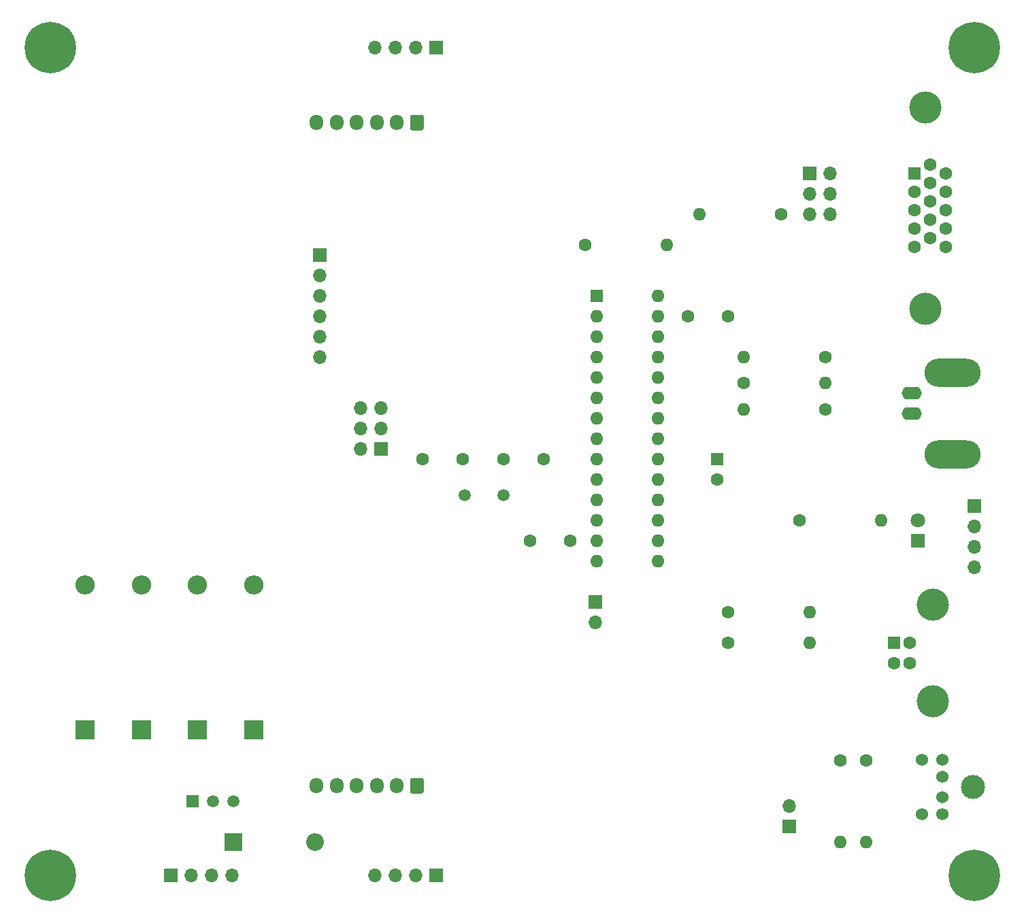
<source format=gbr>
%TF.GenerationSoftware,KiCad,Pcbnew,(5.1.10-1-10_14)*%
%TF.CreationDate,2022-02-21T18:02:18+11:00*%
%TF.ProjectId,Video terminal ,56696465-6f20-4746-9572-6d696e616c20,rev?*%
%TF.SameCoordinates,Original*%
%TF.FileFunction,Soldermask,Top*%
%TF.FilePolarity,Negative*%
%FSLAX46Y46*%
G04 Gerber Fmt 4.6, Leading zero omitted, Abs format (unit mm)*
G04 Created by KiCad (PCBNEW (5.1.10-1-10_14)) date 2022-02-21 18:02:18*
%MOMM*%
%LPD*%
G01*
G04 APERTURE LIST*
%ADD10O,1.700000X1.950000*%
%ADD11C,1.800000*%
%ADD12R,1.800000X1.800000*%
%ADD13O,1.700000X1.700000*%
%ADD14R,1.700000X1.700000*%
%ADD15O,2.200000X2.200000*%
%ADD16R,2.200000X2.200000*%
%ADD17O,2.400000X2.400000*%
%ADD18R,2.400000X2.400000*%
%ADD19R,1.500000X1.500000*%
%ADD20C,1.500000*%
%ADD21O,2.500000X1.600000*%
%ADD22O,7.000000X3.500000*%
%ADD23O,1.600000X1.600000*%
%ADD24C,1.600000*%
%ADD25C,4.000000*%
%ADD26R,1.600000X1.600000*%
%ADD27C,0.800000*%
%ADD28C,6.400000*%
%ADD29C,3.000000*%
%ADD30C,1.524000*%
G04 APERTURE END LIST*
D10*
%TO.C,J11*%
X68145000Y-34290000D03*
X70645000Y-34290000D03*
X73145000Y-34290000D03*
X75645000Y-34290000D03*
X78145000Y-34290000D03*
G36*
G01*
X81495000Y-33565000D02*
X81495000Y-35015000D01*
G75*
G02*
X81245000Y-35265000I-250000J0D01*
G01*
X80045000Y-35265000D01*
G75*
G02*
X79795000Y-35015000I0J250000D01*
G01*
X79795000Y-33565000D01*
G75*
G02*
X80045000Y-33315000I250000J0D01*
G01*
X81245000Y-33315000D01*
G75*
G02*
X81495000Y-33565000I0J-250000D01*
G01*
G37*
%TD*%
%TO.C,J10*%
X68145000Y-116840000D03*
X70645000Y-116840000D03*
X73145000Y-116840000D03*
X75645000Y-116840000D03*
X78145000Y-116840000D03*
G36*
G01*
X81495000Y-116115000D02*
X81495000Y-117565000D01*
G75*
G02*
X81245000Y-117815000I-250000J0D01*
G01*
X80045000Y-117815000D01*
G75*
G02*
X79795000Y-117565000I0J250000D01*
G01*
X79795000Y-116115000D01*
G75*
G02*
X80045000Y-115865000I250000J0D01*
G01*
X81245000Y-115865000D01*
G75*
G02*
X81495000Y-116115000I0J-250000D01*
G01*
G37*
%TD*%
D11*
%TO.C,D1*%
X143000000Y-83820000D03*
D12*
X143000000Y-86360000D03*
%TD*%
D13*
%TO.C,J13*%
X132080000Y-45720000D03*
X129540000Y-45720000D03*
X132080000Y-43180000D03*
X129540000Y-43180000D03*
X132080000Y-40640000D03*
D14*
X129540000Y-40640000D03*
%TD*%
D13*
%TO.C,J12*%
X73660000Y-69850000D03*
X76200000Y-69850000D03*
X73660000Y-72390000D03*
X76200000Y-72390000D03*
X73660000Y-74930000D03*
D14*
X76200000Y-74930000D03*
%TD*%
D15*
%TO.C,D2*%
X67945000Y-123825000D03*
D16*
X57785000Y-123825000D03*
%TD*%
D17*
%TO.C,C9*%
X53340000Y-91855000D03*
D18*
X53340000Y-109855000D03*
%TD*%
D17*
%TO.C,C8*%
X39370000Y-91855000D03*
D18*
X39370000Y-109855000D03*
%TD*%
D17*
%TO.C,C7*%
X60325000Y-91855000D03*
D18*
X60325000Y-109855000D03*
%TD*%
D17*
%TO.C,C6*%
X46355000Y-91855000D03*
D18*
X46355000Y-109855000D03*
%TD*%
D19*
%TO.C,U2*%
X52705000Y-118745000D03*
D20*
X57785000Y-118745000D03*
X55245000Y-118745000D03*
%TD*%
D21*
%TO.C,J2*%
X142240000Y-67945000D03*
X142240000Y-70485000D03*
D22*
X147320000Y-75565000D03*
X147320000Y-65405000D03*
%TD*%
D23*
%TO.C,R5*%
X121285000Y-63500000D03*
D24*
X131445000Y-63500000D03*
%TD*%
D13*
%TO.C,J9*%
X75380000Y-25000000D03*
X77920000Y-25000000D03*
X80460000Y-25000000D03*
D14*
X83000000Y-25000000D03*
%TD*%
D23*
%TO.C,R10*%
X129540000Y-95250000D03*
D24*
X119380000Y-95250000D03*
%TD*%
D23*
%TO.C,R9*%
X129540000Y-99060000D03*
D24*
X119380000Y-99060000D03*
%TD*%
D13*
%TO.C,JP8*%
X102870000Y-96520000D03*
D14*
X102870000Y-93980000D03*
%TD*%
D13*
%TO.C,JP7*%
X127000000Y-119380000D03*
D14*
X127000000Y-121920000D03*
%TD*%
D25*
%TO.C,J8*%
X144860000Y-94310000D03*
X144860000Y-106310000D03*
D24*
X142000000Y-99060000D03*
X142000000Y-101560000D03*
X140000000Y-101560000D03*
D26*
X140000000Y-99060000D03*
%TD*%
D24*
%TO.C,C5*%
X114380000Y-58420000D03*
X119380000Y-58420000D03*
%TD*%
%TO.C,C4*%
X118000000Y-78700000D03*
D26*
X118000000Y-76200000D03*
%TD*%
D24*
%TO.C,C3*%
X94695000Y-86360000D03*
X99695000Y-86360000D03*
%TD*%
D13*
%TO.C,J7*%
X75380000Y-128000000D03*
X77920000Y-128000000D03*
X80460000Y-128000000D03*
D14*
X83000000Y-128000000D03*
%TD*%
D13*
%TO.C,J6*%
X57620000Y-128000000D03*
X55080000Y-128000000D03*
X52540000Y-128000000D03*
D14*
X50000000Y-128000000D03*
%TD*%
D13*
%TO.C,J5*%
X150000000Y-89620000D03*
X150000000Y-87080000D03*
X150000000Y-84540000D03*
D14*
X150000000Y-82000000D03*
%TD*%
D27*
%TO.C,H4*%
X151697056Y-23302944D03*
X150000000Y-22600000D03*
X148302944Y-23302944D03*
X147600000Y-25000000D03*
X148302944Y-26697056D03*
X150000000Y-27400000D03*
X151697056Y-26697056D03*
X152400000Y-25000000D03*
D28*
X150000000Y-25000000D03*
%TD*%
D27*
%TO.C,H3*%
X36697056Y-126302944D03*
X35000000Y-125600000D03*
X33302944Y-126302944D03*
X32600000Y-128000000D03*
X33302944Y-129697056D03*
X35000000Y-130400000D03*
X36697056Y-129697056D03*
X37400000Y-128000000D03*
D28*
X35000000Y-128000000D03*
%TD*%
D27*
%TO.C,H2*%
X36697056Y-23302944D03*
X35000000Y-22600000D03*
X33302944Y-23302944D03*
X32600000Y-25000000D03*
X33302944Y-26697056D03*
X35000000Y-27400000D03*
X36697056Y-26697056D03*
X37400000Y-25000000D03*
D28*
X35000000Y-25000000D03*
%TD*%
D27*
%TO.C,H1*%
X151697056Y-126302944D03*
X150000000Y-125600000D03*
X148302944Y-126302944D03*
X147600000Y-128000000D03*
X148302944Y-129697056D03*
X150000000Y-130400000D03*
X151697056Y-129697056D03*
X152400000Y-128000000D03*
D28*
X150000000Y-128000000D03*
%TD*%
D20*
%TO.C,Y1*%
X86560000Y-80645000D03*
X91440000Y-80645000D03*
%TD*%
D23*
%TO.C,R8*%
X131445000Y-66675000D03*
D24*
X121285000Y-66675000D03*
%TD*%
D23*
%TO.C,R7*%
X138430000Y-83820000D03*
D24*
X128270000Y-83820000D03*
%TD*%
D23*
%TO.C,R2*%
X133350000Y-123825000D03*
D24*
X133350000Y-113665000D03*
%TD*%
%TO.C,C2*%
X81360000Y-76200000D03*
X86360000Y-76200000D03*
%TD*%
%TO.C,C1*%
X96440000Y-76200000D03*
X91440000Y-76200000D03*
%TD*%
D23*
%TO.C,R6*%
X111760000Y-49530000D03*
D24*
X101600000Y-49530000D03*
%TD*%
D13*
%TO.C,J3*%
X68580000Y-63500000D03*
X68580000Y-60960000D03*
X68580000Y-58420000D03*
X68580000Y-55880000D03*
X68580000Y-53340000D03*
D14*
X68580000Y-50800000D03*
%TD*%
D23*
%TO.C,U1*%
X110620000Y-55880000D03*
X103000000Y-88900000D03*
X110620000Y-58420000D03*
X103000000Y-86360000D03*
X110620000Y-60960000D03*
X103000000Y-83820000D03*
X110620000Y-63500000D03*
X103000000Y-81280000D03*
X110620000Y-66040000D03*
X103000000Y-78740000D03*
X110620000Y-68580000D03*
X103000000Y-76200000D03*
X110620000Y-71120000D03*
X103000000Y-73660000D03*
X110620000Y-73660000D03*
X103000000Y-71120000D03*
X110620000Y-76200000D03*
X103000000Y-68580000D03*
X110620000Y-78740000D03*
X103000000Y-66040000D03*
X110620000Y-81280000D03*
X103000000Y-63500000D03*
X110620000Y-83820000D03*
X103000000Y-60960000D03*
X110620000Y-86360000D03*
X103000000Y-58420000D03*
X110620000Y-88900000D03*
D26*
X103000000Y-55880000D03*
%TD*%
D23*
%TO.C,R4*%
X121285000Y-70000000D03*
D24*
X131445000Y-70000000D03*
%TD*%
D23*
%TO.C,R3*%
X115840000Y-45720000D03*
D24*
X126000000Y-45720000D03*
%TD*%
D23*
%TO.C,R1*%
X136525000Y-123825000D03*
D24*
X136525000Y-113665000D03*
%TD*%
D29*
%TO.C,J4*%
X149800000Y-117000000D03*
D30*
X143500000Y-113600000D03*
X143500000Y-120400000D03*
X146000000Y-120400000D03*
X146000000Y-113600000D03*
X146000000Y-115700000D03*
X146000000Y-118300000D03*
%TD*%
D25*
%TO.C,J1*%
X143940000Y-32455000D03*
X143940000Y-57455000D03*
D24*
X146480000Y-49800000D03*
X146480000Y-47510000D03*
X146480000Y-45220000D03*
X146480000Y-42930000D03*
X146480000Y-40640000D03*
X144500000Y-48655000D03*
X144500000Y-46365000D03*
X144500000Y-44075000D03*
X144500000Y-41785000D03*
X144500000Y-39495000D03*
X142520000Y-49800000D03*
X142520000Y-47510000D03*
X142520000Y-45220000D03*
X142520000Y-42930000D03*
D26*
X142520000Y-40640000D03*
%TD*%
M02*

</source>
